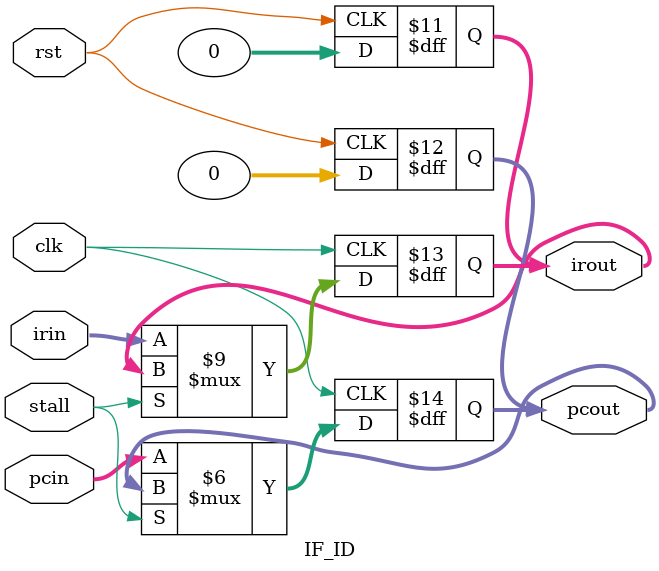
<source format=v>
module IF_ID(clk,rst,pcin,irin,pcout,irout,stall);

//PCunit 和 IM 可以保留

	input			clk;
	input			rst;
	input			stall;
	input [31:0]	pcin;
	input [31:0]	irin;

	output reg[31:0]	irout;
	output reg[31:0]	pcout;

	initial
	begin
		irout=32'b0;
		pcout=32'b0;
	end

	always @(posedge clk) 
	begin
		if(stall)
		begin
			
		end
		else 
		begin
			pcout<=pcin;
			irout<=irin;
		end
		
	end
	
	always @(posedge rst) 
	begin
		if (rst==1) 
		begin
			// reset
			pcout<=32'b0;
			irout<=32'b0;
		end
	end
endmodule
</source>
